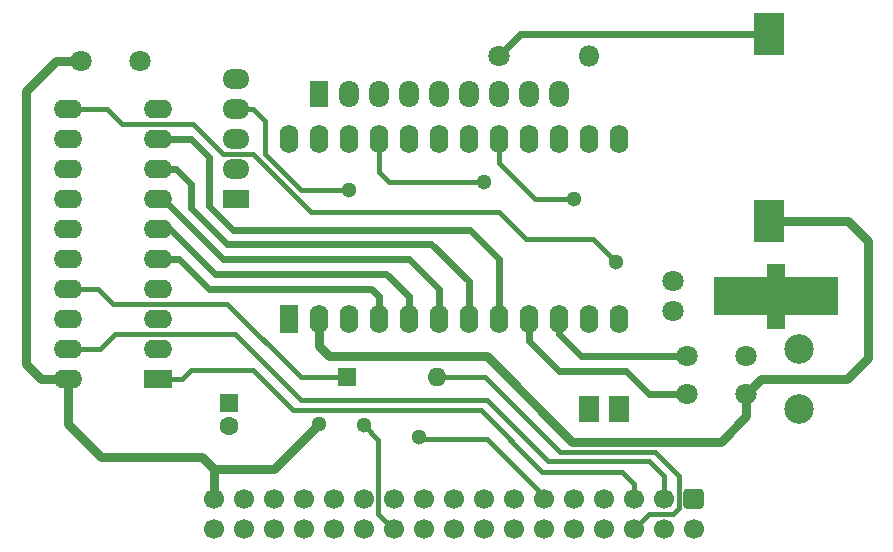
<source format=gtl>
%TF.GenerationSoftware,KiCad,Pcbnew,(5.1.12)-1*%
%TF.CreationDate,2022-12-04T09:13:40+01:00*%
%TF.ProjectId,RTC,5254432e-6b69-4636-9164-5f7063625858,1.0*%
%TF.SameCoordinates,PX6d01460PY60e4b00*%
%TF.FileFunction,Copper,L1,Top*%
%TF.FilePolarity,Positive*%
%FSLAX46Y46*%
G04 Gerber Fmt 4.6, Leading zero omitted, Abs format (unit mm)*
G04 Created by KiCad (PCBNEW (5.1.12)-1) date 2022-12-04 09:13:40*
%MOMM*%
%LPD*%
G01*
G04 APERTURE LIST*
%TA.AperFunction,ComponentPad*%
%ADD10O,1.600000X1.600000*%
%TD*%
%TA.AperFunction,ComponentPad*%
%ADD11R,1.600000X1.600000*%
%TD*%
%TA.AperFunction,ComponentPad*%
%ADD12C,2.500000*%
%TD*%
%TA.AperFunction,SMDPad,CuDef*%
%ADD13R,2.600000X3.540000*%
%TD*%
%TA.AperFunction,SMDPad,CuDef*%
%ADD14R,2.600000X3.660000*%
%TD*%
%TA.AperFunction,ComponentPad*%
%ADD15O,2.400000X1.600000*%
%TD*%
%TA.AperFunction,ComponentPad*%
%ADD16R,2.400000X1.600000*%
%TD*%
%TA.AperFunction,ComponentPad*%
%ADD17O,1.600000X2.400000*%
%TD*%
%TA.AperFunction,ComponentPad*%
%ADD18R,1.600000X2.400000*%
%TD*%
%TA.AperFunction,ComponentPad*%
%ADD19R,1.500000X1.500000*%
%TD*%
%TA.AperFunction,SMDPad,CuDef*%
%ADD20R,10.500000X3.200000*%
%TD*%
%TA.AperFunction,ComponentPad*%
%ADD21C,1.800000*%
%TD*%
%TA.AperFunction,ComponentPad*%
%ADD22O,1.700000X2.300000*%
%TD*%
%TA.AperFunction,ComponentPad*%
%ADD23R,1.600000X2.300000*%
%TD*%
%TA.AperFunction,ComponentPad*%
%ADD24O,2.300000X1.700000*%
%TD*%
%TA.AperFunction,ComponentPad*%
%ADD25R,2.300000X1.600000*%
%TD*%
%TA.AperFunction,ComponentPad*%
%ADD26O,1.800000X1.800000*%
%TD*%
%TA.AperFunction,ComponentPad*%
%ADD27R,1.700000X2.300000*%
%TD*%
%TA.AperFunction,ComponentPad*%
%ADD28C,1.600000*%
%TD*%
%TA.AperFunction,ComponentPad*%
%ADD29C,1.700000*%
%TD*%
%TA.AperFunction,ViaPad*%
%ADD30C,1.300000*%
%TD*%
%TA.AperFunction,Conductor*%
%ADD31C,0.800000*%
%TD*%
%TA.AperFunction,Conductor*%
%ADD32C,0.600000*%
%TD*%
%TA.AperFunction,Conductor*%
%ADD33C,0.400000*%
%TD*%
G04 APERTURE END LIST*
D10*
%TO.P,D1,2*%
%TO.N,/~IOCTRL*%
X36703000Y16002000D03*
D11*
%TO.P,D1,1*%
%TO.N,Net-(D1-Pad1)*%
X29083000Y16002000D03*
%TD*%
D12*
%TO.P,C5,1*%
%TO.N,Net-(C5-Pad1)*%
X67310000Y13335000D03*
%TO.P,C5,2*%
%TO.N,Net-(C5-Pad2)*%
X67310000Y18415000D03*
%TD*%
D13*
%TO.P,BT1,1*%
%TO.N,VCC*%
X64770000Y29235000D03*
D14*
%TO.P,BT1,2*%
%TO.N,Net-(BT1-Pad2)*%
X64770000Y45035000D03*
%TD*%
D15*
%TO.P,U2,20*%
%TO.N,VCC*%
X5461000Y15875000D03*
%TO.P,U2,10*%
%TO.N,GND*%
X13081000Y38735000D03*
%TO.P,U2,19*%
%TO.N,/PHI2*%
X5461000Y18415000D03*
%TO.P,U2,9*%
%TO.N,/A0*%
X13081000Y36195000D03*
%TO.P,U2,18*%
%TO.N,Net-(U2-Pad18)*%
X5461000Y20955000D03*
%TO.P,U2,8*%
%TO.N,/A1*%
X13081000Y33655000D03*
%TO.P,U2,17*%
%TO.N,Net-(D1-Pad1)*%
X5461000Y23495000D03*
%TO.P,U2,7*%
%TO.N,/A2*%
X13081000Y31115000D03*
%TO.P,U2,16*%
%TO.N,Net-(U2-Pad16)*%
X5461000Y26035000D03*
%TO.P,U2,6*%
%TO.N,/A3*%
X13081000Y28575000D03*
%TO.P,U2,15*%
%TO.N,Net-(U2-Pad15)*%
X5461000Y28575000D03*
%TO.P,U2,5*%
%TO.N,/A4*%
X13081000Y26035000D03*
%TO.P,U2,14*%
%TO.N,/~W_RTC*%
X5461000Y31115000D03*
%TO.P,U2,4*%
%TO.N,/A5*%
X13081000Y23495000D03*
%TO.P,U2,13*%
%TO.N,/~R_RTC*%
X5461000Y33655000D03*
%TO.P,U2,3*%
%TO.N,/A6*%
X13081000Y20955000D03*
%TO.P,U2,12*%
%TO.N,/~CSRTC*%
X5461000Y36195000D03*
%TO.P,U2,2*%
%TO.N,/A7*%
X13081000Y18415000D03*
%TO.P,U2,11*%
%TO.N,/R_~W*%
X5461000Y38735000D03*
D16*
%TO.P,U2,1*%
%TO.N,/~IO*%
X13081000Y15875000D03*
%TD*%
D17*
%TO.P,U1,24*%
%TO.N,/~R_RTC*%
X24130000Y36195000D03*
%TO.P,U1,12*%
%TO.N,Net-(JP1-Pad1)*%
X52070000Y20955000D03*
%TO.P,U1,23*%
%TO.N,VCC*%
X26670000Y36195000D03*
%TO.P,U1,11*%
%TO.N,GND*%
X49530000Y20955000D03*
%TO.P,U1,22*%
%TO.N,/D7*%
X29210000Y36195000D03*
%TO.P,U1,10*%
%TO.N,Net-(C3-Pad2)*%
X46990000Y20955000D03*
%TO.P,U1,21*%
%TO.N,/D6*%
X31750000Y36195000D03*
%TO.P,U1,9*%
%TO.N,Net-(C5-Pad1)*%
X44450000Y20955000D03*
%TO.P,U1,20*%
%TO.N,/D5*%
X34290000Y36195000D03*
%TO.P,U1,8*%
%TO.N,/A0*%
X41910000Y20955000D03*
%TO.P,U1,19*%
%TO.N,/D4*%
X36830000Y36195000D03*
%TO.P,U1,7*%
%TO.N,/A1*%
X39370000Y20955000D03*
%TO.P,U1,18*%
%TO.N,/D3*%
X39370000Y36195000D03*
%TO.P,U1,6*%
%TO.N,/A2*%
X36830000Y20955000D03*
%TO.P,U1,17*%
%TO.N,/D2*%
X41910000Y36195000D03*
%TO.P,U1,5*%
%TO.N,/A3*%
X34290000Y20955000D03*
%TO.P,U1,16*%
%TO.N,/D1*%
X44450000Y36195000D03*
%TO.P,U1,4*%
%TO.N,/A4*%
X31750000Y20955000D03*
%TO.P,U1,15*%
%TO.N,/D0*%
X46990000Y36195000D03*
%TO.P,U1,3*%
%TO.N,/~CSRTC*%
X29210000Y20955000D03*
%TO.P,U1,14*%
%TO.N,VMEM*%
X49530000Y36195000D03*
%TO.P,U1,2*%
%TO.N,VCC*%
X26670000Y20955000D03*
%TO.P,U1,13*%
%TO.N,GND*%
X52070000Y36195000D03*
D18*
%TO.P,U1,1*%
%TO.N,/~W_RTC*%
X24130000Y20955000D03*
%TD*%
D19*
%TO.P,Y1,3*%
%TO.N,N/C*%
X65405000Y24860000D03*
X65405000Y20860000D03*
D20*
X65405000Y22860000D03*
D21*
%TO.P,Y1,2*%
%TO.N,Net-(C3-Pad2)*%
X56655000Y24130000D03*
%TO.P,Y1,1*%
%TO.N,Net-(C5-Pad2)*%
X56655000Y21590000D03*
%TD*%
D22*
%TO.P,RN2,9*%
%TO.N,/D0*%
X46990000Y40005000D03*
%TO.P,RN2,8*%
%TO.N,/D1*%
X44450000Y40005000D03*
%TO.P,RN2,7*%
%TO.N,/D2*%
X41910000Y40005000D03*
%TO.P,RN2,6*%
%TO.N,/D3*%
X39370000Y40005000D03*
%TO.P,RN2,5*%
%TO.N,/D4*%
X36830000Y40005000D03*
%TO.P,RN2,4*%
%TO.N,/D5*%
X34290000Y40005000D03*
%TO.P,RN2,3*%
%TO.N,/D6*%
X31750000Y40005000D03*
%TO.P,RN2,2*%
%TO.N,/D7*%
X29210000Y40005000D03*
D23*
%TO.P,RN2,1*%
%TO.N,VCC*%
X26670000Y40005000D03*
%TD*%
D24*
%TO.P,RN1,5*%
%TO.N,Net-(RN1-Pad5)*%
X19685000Y41275000D03*
%TO.P,RN1,4*%
%TO.N,/~CSRTC*%
X19685000Y38735000D03*
%TO.P,RN1,3*%
%TO.N,/~R_RTC*%
X19685000Y36195000D03*
%TO.P,RN1,2*%
%TO.N,/~W_RTC*%
X19685000Y33655000D03*
D25*
%TO.P,RN1,1*%
%TO.N,VCC*%
X19685000Y31115000D03*
%TD*%
D26*
%TO.P,R1,2*%
%TO.N,VMEM*%
X49530000Y43180000D03*
D21*
%TO.P,R1,1*%
%TO.N,Net-(BT1-Pad2)*%
X41910000Y43180000D03*
%TD*%
D27*
%TO.P,JP1,2*%
%TO.N,/~IRQ*%
X49530000Y13335000D03*
%TO.P,JP1,1*%
%TO.N,Net-(JP1-Pad1)*%
X52070000Y13335000D03*
%TD*%
D21*
%TO.P,C6,2*%
%TO.N,Net-(C5-Pad1)*%
X57865000Y14605000D03*
%TO.P,C6,1*%
%TO.N,VCC*%
X62865000Y14605000D03*
%TD*%
%TO.P,C3,2*%
%TO.N,Net-(C3-Pad2)*%
X57865000Y17780000D03*
%TO.P,C3,1*%
%TO.N,VCC*%
X62865000Y17780000D03*
%TD*%
%TO.P,C2,2*%
%TO.N,VCC*%
X6557000Y42799000D03*
%TO.P,C2,1*%
%TO.N,GND*%
X11557000Y42799000D03*
%TD*%
D28*
%TO.P,C1,2*%
%TO.N,GND*%
X19050000Y11843000D03*
D11*
%TO.P,C1,1*%
%TO.N,VCC*%
X19050000Y13843000D03*
%TD*%
D29*
%TO.P,J1,34*%
%TO.N,GND*%
X17780000Y3175000D03*
%TO.P,J1,32*%
%TO.N,/A11*%
X20320000Y3175000D03*
%TO.P,J1,30*%
%TO.N,/A12*%
X22860000Y3175000D03*
%TO.P,J1,28*%
%TO.N,/A13*%
X25400000Y3175000D03*
%TO.P,J1,26*%
%TO.N,/A14*%
X27940000Y3175000D03*
%TO.P,J1,24*%
%TO.N,/A15*%
X30480000Y3175000D03*
%TO.P,J1,22*%
%TO.N,/D7*%
X33020000Y3175000D03*
%TO.P,J1,20*%
%TO.N,/A4*%
X35560000Y3175000D03*
%TO.P,J1,18*%
%TO.N,/D4*%
X38100000Y3175000D03*
%TO.P,J1,16*%
%TO.N,/D3*%
X40640000Y3175000D03*
%TO.P,J1,14*%
%TO.N,/D6*%
X43180000Y3175000D03*
%TO.P,J1,12*%
%TO.N,/D1*%
X45720000Y3175000D03*
%TO.P,J1,10*%
%TO.N,/D0*%
X48260000Y3175000D03*
%TO.P,J1,8*%
%TO.N,/~IRQ*%
X50800000Y3175000D03*
%TO.P,J1,6*%
%TO.N,/~IOCTRL*%
X53340000Y3175000D03*
%TO.P,J1,4*%
%TO.N,/~RESET*%
X55880000Y3175000D03*
%TO.P,J1,2*%
%TO.N,/~ROMDIS*%
X58420000Y3175000D03*
%TO.P,J1,33*%
%TO.N,VCC*%
X17780000Y5715000D03*
%TO.P,J1,31*%
%TO.N,/A10*%
X20320000Y5715000D03*
%TO.P,J1,29*%
%TO.N,/A9*%
X22860000Y5715000D03*
%TO.P,J1,27*%
%TO.N,/A8*%
X25400000Y5715000D03*
%TO.P,J1,25*%
%TO.N,/A7*%
X27940000Y5715000D03*
%TO.P,J1,23*%
%TO.N,/A6*%
X30480000Y5715000D03*
%TO.P,J1,21*%
%TO.N,/A5*%
X33020000Y5715000D03*
%TO.P,J1,19*%
%TO.N,/D5*%
X35560000Y5715000D03*
%TO.P,J1,17*%
%TO.N,/A2*%
X38100000Y5715000D03*
%TO.P,J1,15*%
%TO.N,/A1*%
X40640000Y5715000D03*
%TO.P,J1,13*%
%TO.N,/A0*%
X43180000Y5715000D03*
%TO.P,J1,11*%
%TO.N,/A3*%
X45720000Y5715000D03*
%TO.P,J1,9*%
%TO.N,/D2*%
X48260000Y5715000D03*
%TO.P,J1,7*%
%TO.N,/R_~W*%
X50800000Y5715000D03*
%TO.P,J1,5*%
%TO.N,/~IO*%
X53340000Y5715000D03*
%TO.P,J1,3*%
%TO.N,/PHI2*%
X55880000Y5715000D03*
%TO.P,J1,1*%
%TO.N,/~MAP*%
%TA.AperFunction,ComponentPad*%
G36*
G01*
X57820000Y6565000D02*
X59020000Y6565000D01*
G75*
G02*
X59270000Y6315000I0J-250000D01*
G01*
X59270000Y5115000D01*
G75*
G02*
X59020000Y4865000I-250000J0D01*
G01*
X57820000Y4865000D01*
G75*
G02*
X57570000Y5115000I0J250000D01*
G01*
X57570000Y6315000D01*
G75*
G02*
X57820000Y6565000I250000J0D01*
G01*
G37*
%TD.AperFunction*%
%TD*%
D30*
%TO.N,VCC*%
X26670000Y12065000D03*
%TO.N,/D2*%
X48260000Y31115000D03*
%TO.N,/D6*%
X40640000Y32512000D03*
%TO.N,/D7*%
X30480000Y11938000D03*
%TO.N,/A3*%
X35179000Y10922000D03*
%TO.N,/R_~W*%
X51816000Y25781000D03*
%TO.N,/~CSRTC*%
X29210000Y31877000D03*
%TD*%
D31*
%TO.N,VCC*%
X17780000Y5715000D02*
X17780000Y8255000D01*
X17780000Y8255000D02*
X16764000Y9271000D01*
X16764000Y9271000D02*
X8255000Y9271000D01*
X5461000Y12065000D02*
X5461000Y15875000D01*
X8255000Y9271000D02*
X5461000Y12065000D01*
X6557000Y42799000D02*
X4445000Y42799000D01*
X4445000Y42799000D02*
X1905000Y40259000D01*
X1905000Y40259000D02*
X1905000Y17145000D01*
X3175000Y15875000D02*
X5461000Y15875000D01*
X1905000Y17145000D02*
X3175000Y15875000D01*
X64770000Y29235000D02*
X71476000Y29235000D01*
X71476000Y29235000D02*
X73152000Y27559000D01*
X22860000Y8255000D02*
X17780000Y8255000D01*
X26670000Y12065000D02*
X22860000Y8255000D01*
X73152000Y27559000D02*
X73152000Y17653000D01*
X73152000Y17653000D02*
X71374000Y15875000D01*
D32*
X69215000Y15875000D02*
X64135000Y15875000D01*
D31*
X71374000Y15875000D02*
X69215000Y15875000D01*
X64135000Y15875000D02*
X62865000Y14605000D01*
X71374000Y15875000D02*
X64135000Y15875000D01*
X62865000Y12700000D02*
X62865000Y14605000D01*
X48133000Y10541000D02*
X60706000Y10541000D01*
X40894000Y17780000D02*
X48133000Y10541000D01*
X27559000Y17780000D02*
X40894000Y17780000D01*
X26670000Y18669000D02*
X27559000Y17780000D01*
X60706000Y10541000D02*
X62865000Y12700000D01*
X26670000Y20955000D02*
X26670000Y18669000D01*
D33*
%TO.N,/D2*%
X48260000Y31115000D02*
X44958000Y31115000D01*
X41910000Y34163000D02*
X41910000Y36195000D01*
X44958000Y31115000D02*
X41910000Y34163000D01*
%TO.N,/D6*%
X40640000Y32512000D02*
X32639000Y32512000D01*
X31750000Y33401000D02*
X31750000Y36195000D01*
X32639000Y32512000D02*
X31750000Y33401000D01*
%TO.N,/D7*%
X31730001Y4464999D02*
X31730001Y10687999D01*
X31730001Y10687999D02*
X30480000Y11938000D01*
X33020000Y3175000D02*
X31730001Y4464999D01*
%TO.N,/A0*%
X13081000Y36195000D02*
X13335000Y36195000D01*
D32*
X13081000Y36195000D02*
X15875000Y36195000D01*
X15875000Y36195000D02*
X17399000Y34671000D01*
X17399000Y34671000D02*
X17399000Y30480000D01*
X17399000Y30480000D02*
X19431000Y28448000D01*
X19431000Y28448000D02*
X39497000Y28448000D01*
X41910000Y26035000D02*
X41910000Y20955000D01*
X39497000Y28448000D02*
X41910000Y26035000D01*
%TO.N,/A1*%
X14605000Y33655000D02*
X13081000Y33655000D01*
X15875000Y32385000D02*
X14605000Y33655000D01*
X15875000Y30353000D02*
X15875000Y32385000D01*
X18923000Y27305000D02*
X15875000Y30353000D01*
X36195000Y27305000D02*
X18923000Y27305000D01*
X39370000Y24130000D02*
X36195000Y27305000D01*
X39370000Y20955000D02*
X39370000Y24130000D01*
%TO.N,/A2*%
X13462000Y31115000D02*
X13081000Y31115000D01*
X18542000Y26035000D02*
X13462000Y31115000D01*
X34290000Y26035000D02*
X18542000Y26035000D01*
X36830000Y23495000D02*
X34290000Y26035000D01*
X36830000Y20955000D02*
X36830000Y23495000D01*
%TO.N,/A3*%
X34290000Y22860000D02*
X34290000Y20955000D01*
X32385000Y24765000D02*
X34290000Y22860000D01*
X17907000Y24765000D02*
X32385000Y24765000D01*
X14097000Y28575000D02*
X17907000Y24765000D01*
X13081000Y28575000D02*
X14097000Y28575000D01*
D33*
X45720000Y5969000D02*
X45720000Y5715000D01*
X40894000Y10795000D02*
X45720000Y5969000D01*
X35306000Y10795000D02*
X40894000Y10795000D01*
X35179000Y10922000D02*
X35306000Y10795000D01*
D32*
%TO.N,/A4*%
X31750000Y22860000D02*
X31750000Y20955000D01*
X31115000Y23495000D02*
X31750000Y22860000D01*
X17399000Y23495000D02*
X31115000Y23495000D01*
X14859000Y26035000D02*
X17399000Y23495000D01*
X13081000Y26035000D02*
X14859000Y26035000D01*
%TO.N,Net-(C3-Pad2)*%
X46990000Y19685000D02*
X46990000Y20955000D01*
X48895000Y17780000D02*
X46990000Y19685000D01*
X53975000Y17780000D02*
X57865000Y17780000D01*
X56595000Y17780000D02*
X53975000Y17780000D01*
X53975000Y17780000D02*
X48895000Y17780000D01*
%TO.N,Net-(C5-Pad1)*%
X54610000Y14605000D02*
X56515000Y14605000D01*
X52705000Y16510000D02*
X54610000Y14605000D01*
X46990000Y16510000D02*
X52705000Y16510000D01*
X44450000Y19050000D02*
X46990000Y16510000D01*
X44450000Y20955000D02*
X44450000Y19050000D01*
X54610000Y14605000D02*
X57865000Y14605000D01*
D33*
%TO.N,/~IOCTRL*%
X57150000Y4953000D02*
X56642000Y4445000D01*
X56642000Y4445000D02*
X54610000Y4445000D01*
X57150000Y7620000D02*
X57150000Y4953000D01*
X55118000Y9652000D02*
X57150000Y7620000D01*
X47117000Y9652000D02*
X55118000Y9652000D01*
X54610000Y4445000D02*
X53340000Y3175000D01*
X40767000Y16002000D02*
X47117000Y9652000D01*
X36703000Y16002000D02*
X40767000Y16002000D01*
%TO.N,/R_~W*%
X8763000Y38735000D02*
X5461000Y38735000D01*
X10033000Y37465000D02*
X8763000Y38735000D01*
X16002000Y37465000D02*
X10033000Y37465000D01*
X18542000Y34925000D02*
X16002000Y37465000D01*
X21082000Y34925000D02*
X18542000Y34925000D01*
X26035000Y29972000D02*
X21082000Y34925000D01*
X41910000Y29972000D02*
X26035000Y29972000D01*
X44196000Y27686000D02*
X41910000Y29972000D01*
X49911000Y27686000D02*
X44196000Y27686000D01*
X51816000Y25781000D02*
X49911000Y27686000D01*
%TO.N,/~IO*%
X53340000Y6985000D02*
X53340000Y5715000D01*
X52324000Y8001000D02*
X53340000Y6985000D01*
X45593000Y8001000D02*
X52324000Y8001000D01*
X40386000Y13208000D02*
X45593000Y8001000D01*
X24511000Y13208000D02*
X40386000Y13208000D01*
X21082000Y16637000D02*
X24511000Y13208000D01*
X15875000Y16637000D02*
X21082000Y16637000D01*
X15113000Y15875000D02*
X15875000Y16637000D01*
X13081000Y15875000D02*
X15113000Y15875000D01*
%TO.N,/PHI2*%
X55880000Y7620000D02*
X55880000Y5715000D01*
X54610000Y8890000D02*
X55880000Y7620000D01*
X46101000Y8890000D02*
X54610000Y8890000D01*
X40894000Y14097000D02*
X46101000Y8890000D01*
X25146000Y14097000D02*
X40894000Y14097000D01*
X19558000Y19685000D02*
X25146000Y14097000D01*
X8128000Y18415000D02*
X9398000Y19685000D01*
X9398000Y19685000D02*
X19558000Y19685000D01*
X5461000Y18415000D02*
X8128000Y18415000D01*
D32*
%TO.N,Net-(BT1-Pad2)*%
X43765000Y45035000D02*
X41910000Y43180000D01*
X64770000Y45035000D02*
X43765000Y45035000D01*
D33*
%TO.N,/~CSRTC*%
X19685000Y38735000D02*
X21082000Y38735000D01*
X21082000Y38735000D02*
X22098000Y37719000D01*
X22098000Y37719000D02*
X22098000Y34925000D01*
X25146000Y31877000D02*
X29210000Y31877000D01*
X22098000Y34925000D02*
X25146000Y31877000D01*
%TO.N,Net-(D1-Pad1)*%
X8001000Y23495000D02*
X5461000Y23495000D01*
X9271000Y22225000D02*
X8001000Y23495000D01*
X18923000Y22225000D02*
X9271000Y22225000D01*
X25146000Y16002000D02*
X29083000Y16002000D01*
X18923000Y22225000D02*
X25146000Y16002000D01*
%TD*%
M02*

</source>
